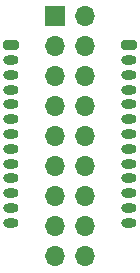
<source format=gbr>
%TF.GenerationSoftware,KiCad,Pcbnew,7.0.1*%
%TF.CreationDate,2023-03-28T23:33:38+09:00*%
%TF.ProjectId,joystick_gpio_input_2p_rasp_part,6a6f7973-7469-4636-9b5f-6770696f5f69,2*%
%TF.SameCoordinates,PX883b640PY6b1d950*%
%TF.FileFunction,Soldermask,Bot*%
%TF.FilePolarity,Negative*%
%FSLAX46Y46*%
G04 Gerber Fmt 4.6, Leading zero omitted, Abs format (unit mm)*
G04 Created by KiCad (PCBNEW 7.0.1) date 2023-03-28 23:33:38*
%MOMM*%
%LPD*%
G01*
G04 APERTURE LIST*
G04 Aperture macros list*
%AMRoundRect*
0 Rectangle with rounded corners*
0 $1 Rounding radius*
0 $2 $3 $4 $5 $6 $7 $8 $9 X,Y pos of 4 corners*
0 Add a 4 corners polygon primitive as box body*
4,1,4,$2,$3,$4,$5,$6,$7,$8,$9,$2,$3,0*
0 Add four circle primitives for the rounded corners*
1,1,$1+$1,$2,$3*
1,1,$1+$1,$4,$5*
1,1,$1+$1,$6,$7*
1,1,$1+$1,$8,$9*
0 Add four rect primitives between the rounded corners*
20,1,$1+$1,$2,$3,$4,$5,0*
20,1,$1+$1,$4,$5,$6,$7,0*
20,1,$1+$1,$6,$7,$8,$9,0*
20,1,$1+$1,$8,$9,$2,$3,0*%
G04 Aperture macros list end*
%ADD10RoundRect,0.200000X-0.450000X0.200000X-0.450000X-0.200000X0.450000X-0.200000X0.450000X0.200000X0*%
%ADD11O,1.300000X0.800000*%
%ADD12R,1.700000X1.700000*%
%ADD13O,1.700000X1.700000*%
G04 APERTURE END LIST*
D10*
%TO.C,J9*%
X10854300Y19661200D03*
D11*
X10854300Y18411200D03*
X10854300Y17161200D03*
X10854300Y15911200D03*
X10854300Y14661200D03*
X10854300Y13411200D03*
X10854300Y12161200D03*
X10854300Y10911200D03*
X10854300Y9661200D03*
X10854300Y8411200D03*
X10854300Y7161200D03*
X10854300Y5911200D03*
X10854300Y4661200D03*
%TD*%
D10*
%TO.C,J11*%
X846700Y19661200D03*
D11*
X846700Y18411200D03*
X846700Y17161200D03*
X846700Y15911200D03*
X846700Y14661200D03*
X846700Y13411200D03*
X846700Y12161200D03*
X846700Y10911200D03*
X846700Y9661200D03*
X846700Y8411200D03*
X846700Y7161200D03*
X846700Y5911200D03*
X846700Y4661200D03*
%TD*%
D12*
%TO.C,J7*%
X4600900Y22115000D03*
D13*
X7140900Y22115000D03*
X4600900Y19575000D03*
X7140900Y19575000D03*
X4600900Y17035000D03*
X7140900Y17035000D03*
X4600900Y14495000D03*
X7140900Y14495000D03*
X4600900Y11955000D03*
X7140900Y11955000D03*
X4600900Y9415000D03*
X7140900Y9415000D03*
X4600900Y6875000D03*
X7140900Y6875000D03*
X4600900Y4335000D03*
X7140900Y4335000D03*
X4600900Y1795000D03*
X7140900Y1795000D03*
%TD*%
M02*

</source>
